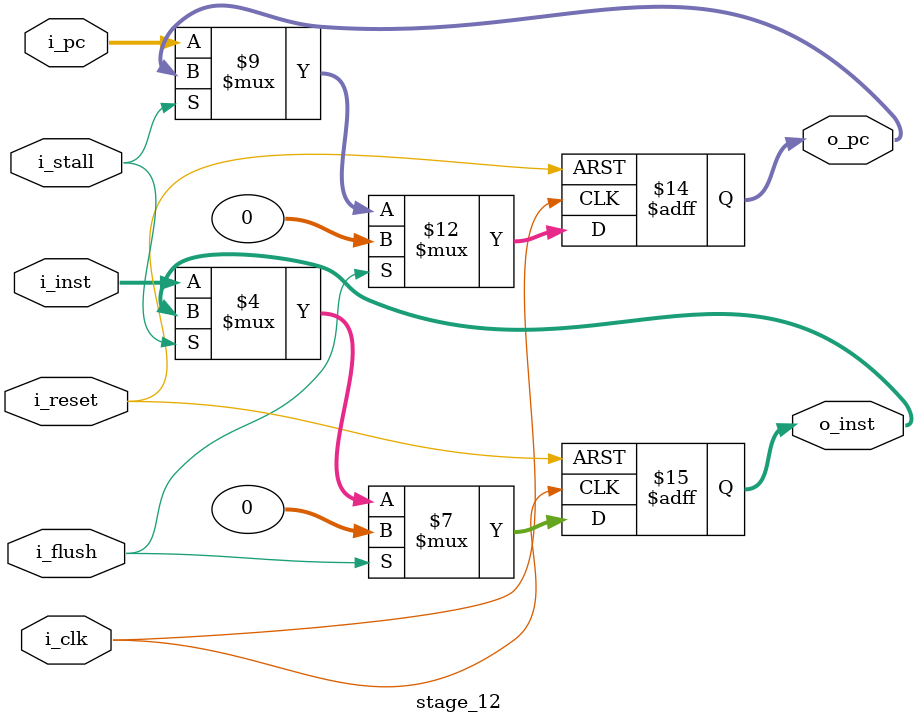
<source format=sv>
module stage_12 (
    input  logic        i_clk,
    input  logic        i_reset,  // active-low
    input  logic        i_stall,
    input  logic        i_flush,
    input  logic [31:0] i_pc,
    input  logic [31:0] i_inst,
    output logic [31:0] o_pc,
    output logic [31:0] o_inst
);
    always_ff @(posedge i_clk or negedge i_reset) begin
        if (!i_reset) begin
            o_pc   <= 32'b0;
            o_inst <= 32'b0;
		  end else if (i_flush) begin
            o_pc   <= 32'b0;
            o_inst <= 32'b0;
        end else if (!i_stall) begin
            o_pc   <= i_pc;
            o_inst <= i_inst;
        end
    end
endmodule

</source>
